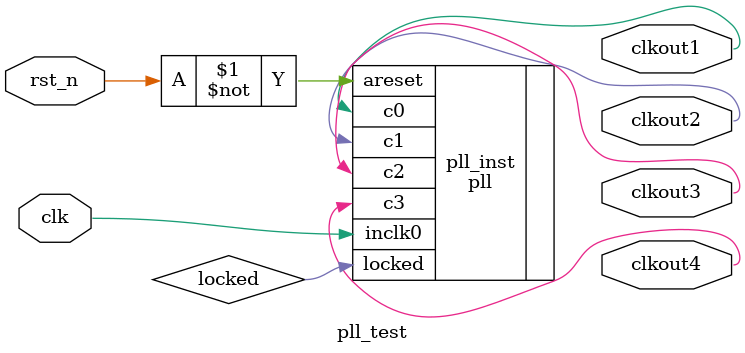
<source format=v>

`timescale 1ns/1ps

module pll_test(
		input clk,
		input rst_n,
		output clkout1,
		output clkout2,
		output clkout3,
		output clkout4
);

wire locked;

pll pll_inst(
			.inclk0(clk),
			.c0(clkout1),
			.c1(clkout2),
			.c2(clkout3),
			.c3(clkout4),
			
			//status and control signals
			.areset(~rst_n),
			.locked(locked)
		);


endmodule
</source>
